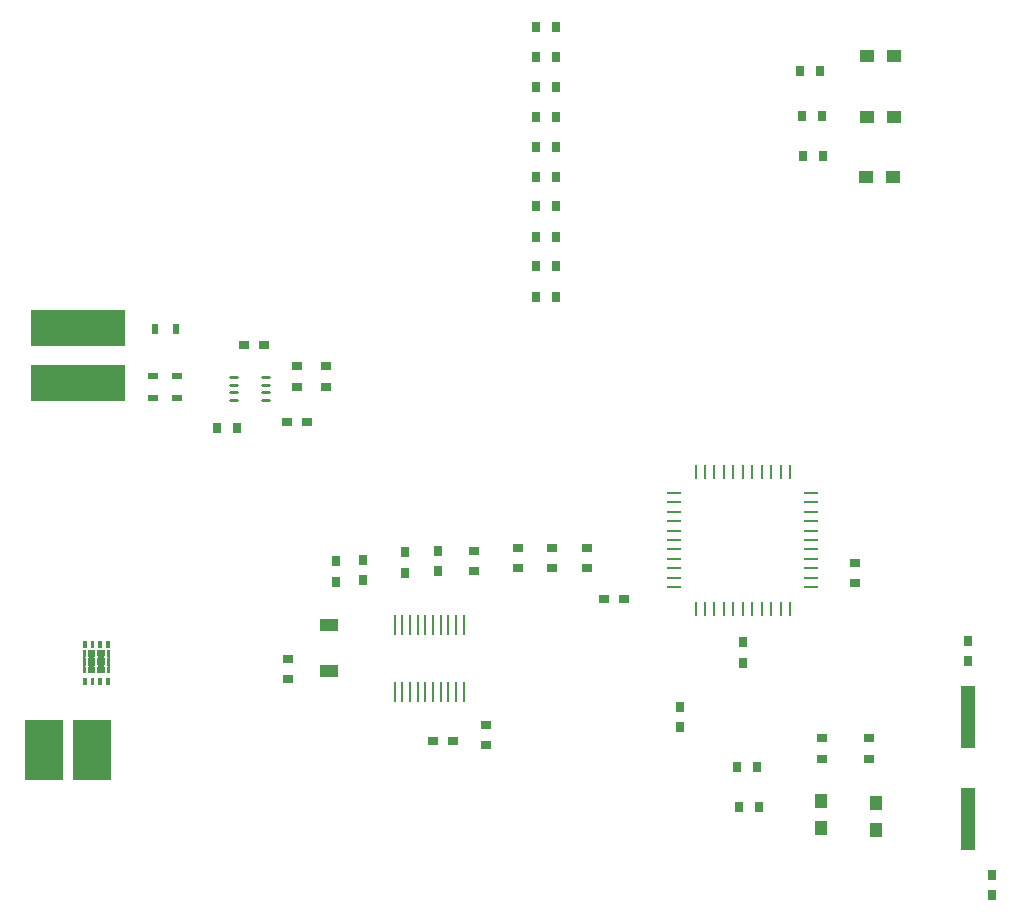
<source format=gbr>
G04 EAGLE Gerber RS-274X export*
G75*
%MOMM*%
%FSLAX34Y34*%
%LPD*%
%INSolderpaste Top*%
%IPPOS*%
%AMOC8*
5,1,8,0,0,1.08239X$1,22.5*%
G01*
%ADD10R,0.746000X0.846000*%
%ADD11R,0.846000X0.746000*%
%ADD12R,0.203200X1.778000*%
%ADD13R,3.251200X5.080000*%
%ADD14R,7.950200X3.048000*%
%ADD15R,0.250000X1.250000*%
%ADD16R,1.250000X0.250000*%
%ADD17R,1.246000X5.246000*%
%ADD18R,0.990600X1.143000*%
%ADD19C,0.225000*%
%ADD20R,1.143000X0.990600*%
%ADD21R,0.546000X0.946000*%
%ADD22R,1.546000X1.086000*%
%ADD23R,0.946000X0.546000*%
%ADD24R,0.152400X0.482600*%

G36*
X344696Y222874D02*
X344696Y222874D01*
X344698Y222873D01*
X344741Y222893D01*
X344785Y222911D01*
X344785Y222914D01*
X344787Y222914D01*
X344820Y222999D01*
X344820Y224789D01*
X344819Y224792D01*
X344820Y224795D01*
X344783Y224878D01*
X344248Y225413D01*
X344694Y225413D01*
X344696Y225414D01*
X344698Y225413D01*
X344741Y225433D01*
X344785Y225451D01*
X344785Y225454D01*
X344787Y225454D01*
X344820Y225539D01*
X344820Y227329D01*
X344819Y227332D01*
X344820Y227335D01*
X344783Y227418D01*
X343728Y228473D01*
X344783Y229528D01*
X344785Y229531D01*
X344787Y229532D01*
X344820Y229617D01*
X344820Y235203D01*
X344819Y235206D01*
X344820Y235209D01*
X344783Y235292D01*
X343728Y236347D01*
X344783Y237402D01*
X344785Y237405D01*
X344787Y237406D01*
X344820Y237491D01*
X344820Y239281D01*
X344819Y239283D01*
X344820Y239285D01*
X344800Y239328D01*
X344782Y239371D01*
X344780Y239372D01*
X344779Y239374D01*
X344694Y239407D01*
X344248Y239407D01*
X344783Y239942D01*
X344785Y239945D01*
X344787Y239946D01*
X344820Y240031D01*
X344820Y241821D01*
X344819Y241823D01*
X344820Y241825D01*
X344800Y241868D01*
X344782Y241911D01*
X344780Y241912D01*
X344779Y241914D01*
X344694Y241947D01*
X338820Y241947D01*
X338818Y241946D01*
X338816Y241947D01*
X338773Y241927D01*
X338729Y241909D01*
X338729Y241907D01*
X338727Y241906D01*
X338694Y241821D01*
X338694Y240031D01*
X338695Y240028D01*
X338694Y240025D01*
X338731Y239942D01*
X339266Y239407D01*
X338820Y239407D01*
X338818Y239406D01*
X338816Y239407D01*
X338773Y239387D01*
X338729Y239369D01*
X338729Y239367D01*
X338727Y239366D01*
X338694Y239281D01*
X338694Y237491D01*
X338695Y237488D01*
X338694Y237485D01*
X338731Y237402D01*
X339786Y236347D01*
X338731Y235292D01*
X338730Y235289D01*
X338727Y235288D01*
X338694Y235203D01*
X338694Y229617D01*
X338695Y229614D01*
X338694Y229611D01*
X338731Y229528D01*
X339786Y228473D01*
X338731Y227418D01*
X338730Y227415D01*
X338727Y227414D01*
X338694Y227329D01*
X338694Y225539D01*
X338695Y225537D01*
X338694Y225535D01*
X338714Y225492D01*
X338732Y225449D01*
X338734Y225448D01*
X338735Y225446D01*
X338820Y225413D01*
X339266Y225413D01*
X338731Y224878D01*
X338730Y224875D01*
X338727Y224874D01*
X338694Y224789D01*
X338694Y222999D01*
X338695Y222997D01*
X338694Y222995D01*
X338714Y222952D01*
X338732Y222909D01*
X338734Y222908D01*
X338735Y222906D01*
X338820Y222873D01*
X344694Y222873D01*
X344696Y222874D01*
G37*
G36*
X336945Y235206D02*
X336945Y235206D01*
X336946Y235209D01*
X336909Y235292D01*
X335854Y236347D01*
X336909Y237402D01*
X336911Y237405D01*
X336913Y237406D01*
X336946Y237491D01*
X336946Y239281D01*
X336945Y239283D01*
X336946Y239285D01*
X336926Y239328D01*
X336908Y239371D01*
X336906Y239372D01*
X336905Y239374D01*
X336820Y239407D01*
X336374Y239407D01*
X336909Y239942D01*
X336911Y239945D01*
X336913Y239946D01*
X336946Y240031D01*
X336946Y241821D01*
X336945Y241823D01*
X336946Y241825D01*
X336926Y241868D01*
X336908Y241911D01*
X336906Y241912D01*
X336905Y241914D01*
X336820Y241947D01*
X330946Y241947D01*
X330944Y241946D01*
X330942Y241947D01*
X330899Y241927D01*
X330855Y241909D01*
X330855Y241907D01*
X330853Y241906D01*
X330820Y241821D01*
X330820Y240031D01*
X330821Y240028D01*
X330820Y240025D01*
X330857Y239942D01*
X331392Y239407D01*
X330946Y239407D01*
X330944Y239406D01*
X330942Y239407D01*
X330899Y239387D01*
X330855Y239369D01*
X330855Y239367D01*
X330853Y239366D01*
X330820Y239281D01*
X330820Y237491D01*
X330821Y237488D01*
X330820Y237485D01*
X330857Y237402D01*
X331912Y236347D01*
X330857Y235292D01*
X330856Y235289D01*
X330853Y235288D01*
X330820Y235203D01*
X330820Y229617D01*
X330821Y229614D01*
X330820Y229611D01*
X330857Y229528D01*
X331912Y228473D01*
X330857Y227418D01*
X330856Y227415D01*
X330853Y227414D01*
X330820Y227329D01*
X330820Y225539D01*
X330821Y225537D01*
X330820Y225535D01*
X330840Y225492D01*
X330858Y225449D01*
X330860Y225448D01*
X330861Y225446D01*
X330946Y225413D01*
X331392Y225413D01*
X330857Y224878D01*
X330856Y224875D01*
X330853Y224874D01*
X330820Y224789D01*
X330820Y222999D01*
X330821Y222997D01*
X330820Y222995D01*
X330840Y222952D01*
X330858Y222909D01*
X330860Y222908D01*
X330861Y222906D01*
X330946Y222873D01*
X336820Y222873D01*
X336822Y222874D01*
X336824Y222873D01*
X336867Y222893D01*
X336911Y222911D01*
X336911Y222914D01*
X336913Y222914D01*
X336946Y222999D01*
X336946Y224789D01*
X336945Y224792D01*
X336946Y224795D01*
X336909Y224878D01*
X336374Y225413D01*
X336820Y225413D01*
X336822Y225414D01*
X336824Y225413D01*
X336867Y225433D01*
X336911Y225451D01*
X336911Y225454D01*
X336913Y225454D01*
X336946Y225539D01*
X336946Y227329D01*
X336945Y227332D01*
X336946Y227335D01*
X336909Y227418D01*
X335854Y228473D01*
X336909Y229528D01*
X336911Y229531D01*
X336913Y229532D01*
X336946Y229617D01*
X336946Y235203D01*
X336945Y235206D01*
G37*
G36*
X328948Y222874D02*
X328948Y222874D01*
X328950Y222873D01*
X328993Y222893D01*
X329037Y222911D01*
X329037Y222914D01*
X329039Y222914D01*
X329072Y222999D01*
X329072Y224789D01*
X329071Y224792D01*
X329072Y224795D01*
X329035Y224878D01*
X328500Y225413D01*
X328946Y225413D01*
X328948Y225414D01*
X328950Y225413D01*
X328993Y225433D01*
X329037Y225451D01*
X329037Y225454D01*
X329039Y225454D01*
X329072Y225539D01*
X329072Y227329D01*
X329071Y227332D01*
X329072Y227335D01*
X329035Y227418D01*
X327980Y228473D01*
X329035Y229528D01*
X329037Y229531D01*
X329039Y229532D01*
X329072Y229617D01*
X329072Y235203D01*
X329071Y235206D01*
X329072Y235209D01*
X329035Y235292D01*
X327980Y236347D01*
X329035Y237402D01*
X329037Y237405D01*
X329039Y237406D01*
X329072Y237491D01*
X329072Y239281D01*
X329071Y239283D01*
X329072Y239285D01*
X329052Y239328D01*
X329034Y239371D01*
X329032Y239372D01*
X329031Y239374D01*
X328946Y239407D01*
X328500Y239407D01*
X329035Y239942D01*
X329037Y239945D01*
X329039Y239946D01*
X329072Y240031D01*
X329072Y241821D01*
X329071Y241823D01*
X329072Y241825D01*
X329052Y241868D01*
X329034Y241911D01*
X329032Y241912D01*
X329031Y241914D01*
X328946Y241947D01*
X326377Y241947D01*
X326375Y241946D01*
X326373Y241947D01*
X326330Y241927D01*
X326287Y241909D01*
X326286Y241907D01*
X326284Y241906D01*
X326251Y241821D01*
X326251Y222999D01*
X326252Y222997D01*
X326251Y222995D01*
X326271Y222952D01*
X326289Y222909D01*
X326292Y222908D01*
X326292Y222906D01*
X326377Y222873D01*
X328946Y222873D01*
X328948Y222874D01*
G37*
G36*
X349265Y222874D02*
X349265Y222874D01*
X349267Y222873D01*
X349310Y222893D01*
X349353Y222911D01*
X349354Y222914D01*
X349356Y222914D01*
X349389Y222999D01*
X349389Y241821D01*
X349388Y241823D01*
X349389Y241825D01*
X349369Y241868D01*
X349351Y241911D01*
X349349Y241912D01*
X349348Y241914D01*
X349263Y241947D01*
X346694Y241947D01*
X346692Y241946D01*
X346690Y241947D01*
X346647Y241927D01*
X346603Y241909D01*
X346603Y241907D01*
X346601Y241906D01*
X346568Y241821D01*
X346568Y240031D01*
X346569Y240028D01*
X346568Y240025D01*
X346605Y239942D01*
X347140Y239407D01*
X346694Y239407D01*
X346692Y239406D01*
X346690Y239407D01*
X346647Y239387D01*
X346603Y239369D01*
X346603Y239367D01*
X346601Y239366D01*
X346568Y239281D01*
X346568Y237491D01*
X346569Y237488D01*
X346568Y237485D01*
X346605Y237402D01*
X347660Y236347D01*
X346605Y235292D01*
X346604Y235289D01*
X346601Y235288D01*
X346568Y235203D01*
X346568Y229617D01*
X346569Y229614D01*
X346568Y229611D01*
X346605Y229528D01*
X347660Y228473D01*
X346605Y227418D01*
X346604Y227415D01*
X346601Y227414D01*
X346568Y227329D01*
X346568Y225539D01*
X346569Y225537D01*
X346568Y225535D01*
X346588Y225492D01*
X346606Y225449D01*
X346608Y225448D01*
X346609Y225446D01*
X346694Y225413D01*
X347140Y225413D01*
X346605Y224878D01*
X346604Y224875D01*
X346601Y224874D01*
X346568Y224789D01*
X346568Y222999D01*
X346569Y222997D01*
X346568Y222995D01*
X346588Y222952D01*
X346606Y222909D01*
X346608Y222908D01*
X346609Y222906D01*
X346694Y222873D01*
X349263Y222873D01*
X349265Y222874D01*
G37*
G36*
X349096Y243467D02*
X349096Y243467D01*
X349098Y243466D01*
X349141Y243486D01*
X349185Y243504D01*
X349185Y243506D01*
X349187Y243507D01*
X349220Y243592D01*
X349220Y249688D01*
X349219Y249690D01*
X349220Y249692D01*
X349200Y249735D01*
X349182Y249779D01*
X349180Y249779D01*
X349179Y249781D01*
X349094Y249814D01*
X346046Y249814D01*
X346044Y249813D01*
X346042Y249814D01*
X345999Y249794D01*
X345955Y249776D01*
X345955Y249774D01*
X345953Y249773D01*
X345920Y249688D01*
X345920Y243592D01*
X345921Y243590D01*
X345920Y243588D01*
X345940Y243545D01*
X345958Y243501D01*
X345960Y243501D01*
X345961Y243499D01*
X346046Y243466D01*
X349094Y243466D01*
X349096Y243467D01*
G37*
G36*
X342596Y243467D02*
X342596Y243467D01*
X342598Y243466D01*
X342641Y243486D01*
X342685Y243504D01*
X342685Y243506D01*
X342687Y243507D01*
X342720Y243592D01*
X342720Y249688D01*
X342719Y249690D01*
X342720Y249692D01*
X342700Y249735D01*
X342682Y249779D01*
X342680Y249779D01*
X342679Y249781D01*
X342594Y249814D01*
X339546Y249814D01*
X339544Y249813D01*
X339542Y249814D01*
X339499Y249794D01*
X339455Y249776D01*
X339455Y249774D01*
X339453Y249773D01*
X339420Y249688D01*
X339420Y243592D01*
X339421Y243590D01*
X339420Y243588D01*
X339440Y243545D01*
X339458Y243501D01*
X339460Y243501D01*
X339461Y243499D01*
X339546Y243466D01*
X342594Y243466D01*
X342596Y243467D01*
G37*
G36*
X329596Y243467D02*
X329596Y243467D01*
X329598Y243466D01*
X329641Y243486D01*
X329685Y243504D01*
X329685Y243506D01*
X329687Y243507D01*
X329720Y243592D01*
X329720Y249688D01*
X329719Y249690D01*
X329720Y249692D01*
X329700Y249735D01*
X329682Y249779D01*
X329680Y249779D01*
X329679Y249781D01*
X329594Y249814D01*
X326546Y249814D01*
X326544Y249813D01*
X326542Y249814D01*
X326499Y249794D01*
X326455Y249776D01*
X326455Y249774D01*
X326453Y249773D01*
X326420Y249688D01*
X326420Y243592D01*
X326421Y243590D01*
X326420Y243588D01*
X326440Y243545D01*
X326458Y243501D01*
X326460Y243501D01*
X326461Y243499D01*
X326546Y243466D01*
X329594Y243466D01*
X329596Y243467D01*
G37*
G36*
X336096Y243467D02*
X336096Y243467D01*
X336098Y243466D01*
X336141Y243486D01*
X336185Y243504D01*
X336185Y243506D01*
X336187Y243507D01*
X336220Y243592D01*
X336220Y249688D01*
X336219Y249690D01*
X336220Y249692D01*
X336200Y249735D01*
X336182Y249779D01*
X336180Y249779D01*
X336179Y249781D01*
X336094Y249814D01*
X333046Y249814D01*
X333044Y249813D01*
X333042Y249814D01*
X332999Y249794D01*
X332955Y249776D01*
X332955Y249774D01*
X332953Y249773D01*
X332920Y249688D01*
X332920Y243592D01*
X332921Y243590D01*
X332920Y243588D01*
X332940Y243545D01*
X332958Y243501D01*
X332960Y243501D01*
X332961Y243499D01*
X333046Y243466D01*
X336094Y243466D01*
X336096Y243467D01*
G37*
G36*
X349096Y212467D02*
X349096Y212467D01*
X349098Y212466D01*
X349141Y212486D01*
X349185Y212504D01*
X349185Y212506D01*
X349187Y212507D01*
X349220Y212592D01*
X349220Y218688D01*
X349219Y218690D01*
X349220Y218692D01*
X349200Y218735D01*
X349182Y218779D01*
X349180Y218779D01*
X349179Y218781D01*
X349094Y218814D01*
X346046Y218814D01*
X346044Y218813D01*
X346042Y218814D01*
X345999Y218794D01*
X345955Y218776D01*
X345955Y218774D01*
X345953Y218773D01*
X345920Y218688D01*
X345920Y212592D01*
X345921Y212590D01*
X345920Y212588D01*
X345940Y212545D01*
X345958Y212501D01*
X345960Y212501D01*
X345961Y212499D01*
X346046Y212466D01*
X349094Y212466D01*
X349096Y212467D01*
G37*
G36*
X342596Y212467D02*
X342596Y212467D01*
X342598Y212466D01*
X342641Y212486D01*
X342685Y212504D01*
X342685Y212506D01*
X342687Y212507D01*
X342720Y212592D01*
X342720Y218688D01*
X342719Y218690D01*
X342720Y218692D01*
X342700Y218735D01*
X342682Y218779D01*
X342680Y218779D01*
X342679Y218781D01*
X342594Y218814D01*
X339546Y218814D01*
X339544Y218813D01*
X339542Y218814D01*
X339499Y218794D01*
X339455Y218776D01*
X339455Y218774D01*
X339453Y218773D01*
X339420Y218688D01*
X339420Y212592D01*
X339421Y212590D01*
X339420Y212588D01*
X339440Y212545D01*
X339458Y212501D01*
X339460Y212501D01*
X339461Y212499D01*
X339546Y212466D01*
X342594Y212466D01*
X342596Y212467D01*
G37*
G36*
X336096Y212467D02*
X336096Y212467D01*
X336098Y212466D01*
X336141Y212486D01*
X336185Y212504D01*
X336185Y212506D01*
X336187Y212507D01*
X336220Y212592D01*
X336220Y218688D01*
X336219Y218690D01*
X336220Y218692D01*
X336200Y218735D01*
X336182Y218779D01*
X336180Y218779D01*
X336179Y218781D01*
X336094Y218814D01*
X333046Y218814D01*
X333044Y218813D01*
X333042Y218814D01*
X332999Y218794D01*
X332955Y218776D01*
X332955Y218774D01*
X332953Y218773D01*
X332920Y218688D01*
X332920Y212592D01*
X332921Y212590D01*
X332920Y212588D01*
X332940Y212545D01*
X332958Y212501D01*
X332960Y212501D01*
X332961Y212499D01*
X333046Y212466D01*
X336094Y212466D01*
X336096Y212467D01*
G37*
G36*
X329596Y212467D02*
X329596Y212467D01*
X329598Y212466D01*
X329641Y212486D01*
X329685Y212504D01*
X329685Y212506D01*
X329687Y212507D01*
X329720Y212592D01*
X329720Y218688D01*
X329719Y218690D01*
X329720Y218692D01*
X329700Y218735D01*
X329682Y218779D01*
X329680Y218779D01*
X329679Y218781D01*
X329594Y218814D01*
X326546Y218814D01*
X326544Y218813D01*
X326542Y218814D01*
X326499Y218794D01*
X326455Y218776D01*
X326455Y218774D01*
X326453Y218773D01*
X326420Y218688D01*
X326420Y212592D01*
X326421Y212590D01*
X326420Y212588D01*
X326440Y212545D01*
X326458Y212501D01*
X326460Y212501D01*
X326461Y212499D01*
X326546Y212466D01*
X329594Y212466D01*
X329596Y212467D01*
G37*
D10*
X563880Y318380D03*
X563880Y301380D03*
X627380Y326000D03*
X627380Y309000D03*
X599440Y324730D03*
X599440Y307730D03*
D11*
X622690Y165100D03*
X639690Y165100D03*
X753110Y311540D03*
X753110Y328540D03*
X723900Y311540D03*
X723900Y328540D03*
X657860Y326000D03*
X657860Y309000D03*
X500380Y234560D03*
X500380Y217560D03*
X668020Y178680D03*
X668020Y161680D03*
D12*
X649010Y263652D03*
X642510Y263652D03*
X636010Y263652D03*
X629510Y263652D03*
X623010Y263652D03*
X616510Y263652D03*
X610010Y263652D03*
X603510Y263652D03*
X597010Y263652D03*
X590510Y263652D03*
X590510Y206248D03*
X597010Y206248D03*
X603510Y206248D03*
X610010Y206248D03*
X616510Y206248D03*
X623010Y206248D03*
X629510Y206248D03*
X636010Y206248D03*
X642510Y206248D03*
X649010Y206248D03*
D11*
X694690Y328540D03*
X694690Y311540D03*
D13*
X293116Y157480D03*
X334264Y157480D03*
D11*
X479670Y500380D03*
X462670Y500380D03*
X516500Y435610D03*
X499500Y435610D03*
D14*
X322580Y467995D03*
X322580Y514985D03*
D15*
X845190Y277280D03*
X853190Y277280D03*
X861190Y277280D03*
X869190Y277280D03*
X877190Y277280D03*
X885190Y277280D03*
X893190Y277280D03*
X901190Y277280D03*
X909190Y277280D03*
X917190Y277280D03*
X925190Y277280D03*
D16*
X943190Y295280D03*
X943190Y303280D03*
X943190Y311280D03*
X943190Y319280D03*
X943190Y327280D03*
X943190Y335280D03*
X943190Y343280D03*
X943190Y351280D03*
X943190Y359280D03*
X943190Y367280D03*
X943190Y375280D03*
D15*
X925190Y393280D03*
X917190Y393280D03*
X909190Y393280D03*
X901190Y393280D03*
X893190Y393280D03*
X885190Y393280D03*
X877190Y393280D03*
X869190Y393280D03*
X861190Y393280D03*
X853190Y393280D03*
X845190Y393280D03*
D16*
X827190Y375280D03*
X827190Y367280D03*
X827190Y359280D03*
X827190Y351280D03*
X827190Y343280D03*
X827190Y335280D03*
X827190Y327280D03*
X827190Y319280D03*
X827190Y311280D03*
X827190Y303280D03*
X827190Y295280D03*
D11*
X508000Y482210D03*
X508000Y465210D03*
X532130Y465210D03*
X532130Y482210D03*
D17*
X1075690Y99240D03*
X1075690Y185240D03*
D10*
X1075690Y249800D03*
X1075690Y232800D03*
X1096010Y34680D03*
X1096010Y51680D03*
D11*
X767470Y285750D03*
X784470Y285750D03*
X980440Y298840D03*
X980440Y315840D03*
D10*
X831850Y176920D03*
X831850Y193920D03*
X885190Y231530D03*
X885190Y248530D03*
X710320Y769620D03*
X727320Y769620D03*
X710320Y744220D03*
X727320Y744220D03*
X710320Y718820D03*
X727320Y718820D03*
X710320Y693420D03*
X727320Y693420D03*
X710320Y668020D03*
X727320Y668020D03*
X710320Y642620D03*
X727320Y642620D03*
X710320Y618490D03*
X727320Y618490D03*
X710320Y591820D03*
X727320Y591820D03*
X710320Y567690D03*
X727320Y567690D03*
X710320Y541020D03*
X727320Y541020D03*
D11*
X952500Y167250D03*
X952500Y150250D03*
X991870Y167250D03*
X991870Y150250D03*
D18*
X951230Y114300D03*
X951230Y91440D03*
X998220Y113030D03*
X998220Y90170D03*
D19*
X456860Y473300D02*
X450860Y473300D01*
X450860Y466800D02*
X456860Y466800D01*
X456860Y460300D02*
X450860Y460300D01*
X450860Y453800D02*
X456860Y453800D01*
X477860Y453800D02*
X483860Y453800D01*
X483860Y460300D02*
X477860Y460300D01*
X477860Y466800D02*
X483860Y466800D01*
X483860Y473300D02*
X477860Y473300D01*
D10*
X439810Y430530D03*
X456810Y430530D03*
X936380Y660400D03*
X953380Y660400D03*
X935110Y694690D03*
X952110Y694690D03*
X933840Y732790D03*
X950840Y732790D03*
D20*
X990600Y745490D03*
X1013460Y745490D03*
X990600Y693420D03*
X1013460Y693420D03*
X989330Y642620D03*
X1012190Y642620D03*
D21*
X405240Y514350D03*
X387240Y514350D03*
D22*
X534670Y263140D03*
X534670Y224540D03*
D23*
X406400Y473820D03*
X406400Y455820D03*
X386080Y473820D03*
X386080Y455820D03*
D10*
X880500Y143510D03*
X897500Y143510D03*
X881770Y109220D03*
X898770Y109220D03*
X541020Y317110D03*
X541020Y300110D03*
D24*
X347570Y246640D03*
X341070Y246640D03*
X334570Y246640D03*
X328070Y246640D03*
M02*

</source>
